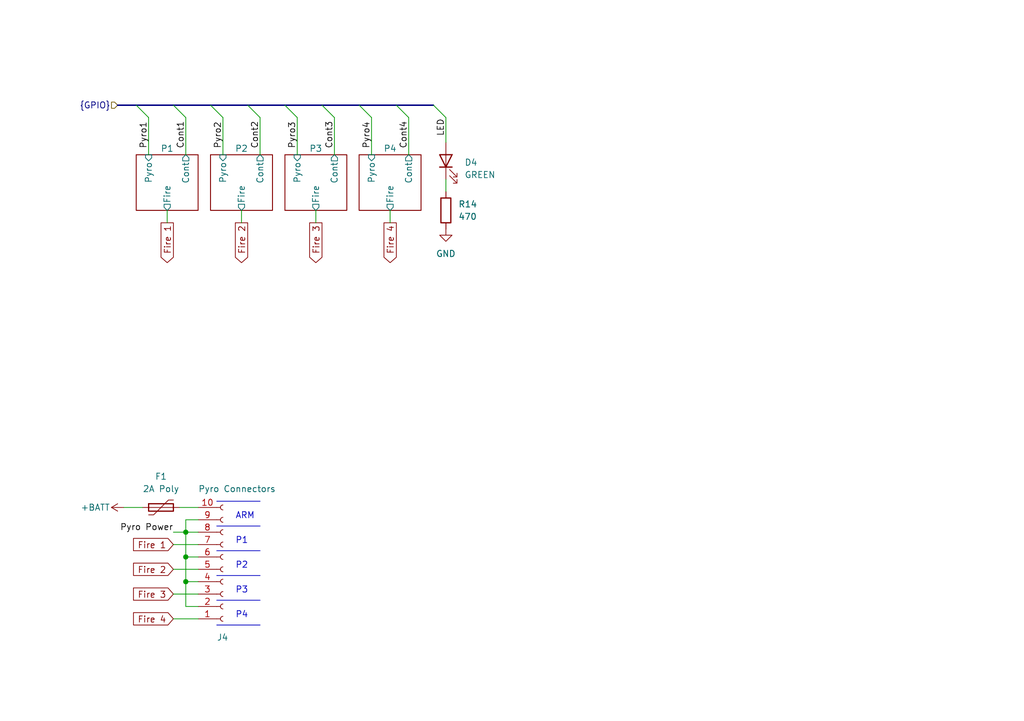
<source format=kicad_sch>
(kicad_sch (version 20230121) (generator eeschema)
  (paper "A5")
  (title_block (title "Phoenix GPIO") (comment 1 "2022/10/27 WH"))
  (lib_symbols
    (symbol "Connector:Conn_01x10_Female" (pin_names (offset 1.016) hide)
      (property "Reference" "J" (at 0 12.7 0))
      (property "Value" "Conn_01x10_Female" (at 0 -15.24 0))
      (symbol "Conn_01x10_Female_1_1"
        (arc (start 0 -12.192) (mid -0.5058 -12.7) (end 0 -13.208) (stroke (width 0.1524)))
        (arc (start 0 -9.652) (mid -0.5058 -10.16) (end 0 -10.668) (stroke (width 0.1524)))
        (arc (start 0 -7.112) (mid -0.5058 -7.62) (end 0 -8.128) (stroke (width 0.1524)))
        (arc (start 0 -4.572) (mid -0.5058 -5.08) (end 0 -5.588) (stroke (width 0.1524)))
        (arc (start 0 -2.032) (mid -0.5058 -2.54) (end 0 -3.048) (stroke (width 0.1524)))
        (polyline (pts (xy -1.27 -12.7) (xy -0.508 -12.7)) (stroke (width 0.1524)))
        (polyline (pts (xy -1.27 -10.16) (xy -0.508 -10.16)) (stroke (width 0.1524)))
        (polyline (pts (xy -1.27 -7.62) (xy -0.508 -7.62)) (stroke (width 0.1524)))
        (polyline (pts (xy -1.27 -5.08) (xy -0.508 -5.08)) (stroke (width 0.1524)))
        (polyline (pts (xy -1.27 -2.54) (xy -0.508 -2.54)) (stroke (width 0.1524)))
        (polyline (pts (xy -1.27 0) (xy -0.508 0)) (stroke (width 0.1524)))
        (polyline (pts (xy -1.27 2.54) (xy -0.508 2.54)) (stroke (width 0.1524)))
        (polyline (pts (xy -1.27 5.08) (xy -0.508 5.08)) (stroke (width 0.1524)))
        (polyline (pts (xy -1.27 7.62) (xy -0.508 7.62)) (stroke (width 0.1524)))
        (polyline (pts (xy -1.27 10.16) (xy -0.508 10.16)) (stroke (width 0.1524)))
        (arc (start 0 0.508) (mid -0.5058 0) (end 0 -0.508) (stroke (width 0.1524)))
        (arc (start 0 3.048) (mid -0.5058 2.54) (end 0 2.032) (stroke (width 0.1524)))
        (arc (start 0 5.588) (mid -0.5058 5.08) (end 0 4.572) (stroke (width 0.1524)))
        (arc (start 0 8.128) (mid -0.5058 7.62) (end 0 7.112) (stroke (width 0.1524)))
        (arc (start 0 10.668) (mid -0.5058 10.16) (end 0 9.652) (stroke (width 0.1524)))
        (pin passive line (at -5.08 10.16 0) (length 3.81) (name "Pin_1") (number "1"))
        (pin passive line (at -5.08 -12.7 0) (length 3.81) (name "Pin_10") (number "10"))
        (pin passive line (at -5.08 7.62 0) (length 3.81) (name "Pin_2") (number "2"))
        (pin passive line (at -5.08 5.08 0) (length 3.81) (name "Pin_3") (number "3"))
        (pin passive line (at -5.08 2.54 0) (length 3.81) (name "Pin_4") (number "4"))
        (pin passive line (at -5.08 0 0) (length 3.81) (name "Pin_5") (number "5"))
        (pin passive line (at -5.08 -2.54 0) (length 3.81) (name "Pin_6") (number "6"))
        (pin passive line (at -5.08 -5.08 0) (length 3.81) (name "Pin_7") (number "7"))
        (pin passive line (at -5.08 -7.62 0) (length 3.81) (name "Pin_8") (number "8"))
        (pin passive line (at -5.08 -10.16 0) (length 3.81) (name "Pin_9") (number "9"))
      )
    )
    (symbol "Device:LED" (pin_numbers hide) (pin_names (offset 1.016) hide)
      (property "Reference" "D" (at 0 2.54 0))
      (property "Value" "LED" (at 0 -2.54 0))
      (symbol "LED_0_1"
        (polyline (pts (xy -1.27 -1.27) (xy -1.27 1.27)) (stroke (width 0.254)))
        (polyline (pts (xy -1.27 0) (xy 1.27 0)))
        (polyline (pts (xy 1.27 -1.27) (xy 1.27 1.27) (xy -1.27 0) (xy 1.27 -1.27)) (stroke (width 0.254)))
        (polyline (pts (xy -3.048 -0.762) (xy -4.572 -2.286) (xy -3.81 -2.286) (xy -4.572 -2.286) (xy -4.572 -1.524)))
        (polyline (pts (xy -1.778 -0.762) (xy -3.302 -2.286) (xy -2.54 -2.286) (xy -3.302 -2.286) (xy -3.302 -1.524)))
      )
      (symbol "LED_1_1"
        (pin passive line (at -3.81 0 0) (length 2.54) (name "K") (number "1"))
        (pin passive line (at 3.81 0 180) (length 2.54) (name "A") (number "2"))
      )
    )
    (symbol "Device:Polyfuse" (pin_numbers hide) (pin_names (offset 0))
      (property "Reference" "F" (at -2.54 0 90))
      (property "Value" "Polyfuse" (at 2.54 0 90))
      (symbol "Polyfuse_0_1"
        (rectangle (start -0.762 2.54) (end 0.762 -2.54) (stroke (width 0.254)))
        (polyline (pts (xy 0 2.54) (xy 0 -2.54)))
        (polyline (pts (xy -1.524 2.54) (xy -1.524 1.524) (xy 1.524 -1.524) (xy 1.524 -2.54)))
      )
      (symbol "Polyfuse_1_1"
        (pin passive line (at 0 3.81 270) (length 1.27) (name "~") (number "1"))
        (pin passive line (at 0 -3.81 90) (length 1.27) (name "~") (number "2"))
      )
    )
    (symbol "Device:R" (pin_numbers hide) (pin_names (offset 0))
      (property "Reference" "R" (at 2.032 0 90))
      (property "Value" "R" (at 0 0 90))
      (symbol "R_0_1"
        (rectangle (start -1.016 -2.54) (end 1.016 2.54) (stroke (width 0.254)))
      )
      (symbol "R_1_1"
        (pin passive line (at 0 3.81 270) (length 1.27) (name "~") (number "1"))
        (pin passive line (at 0 -3.81 90) (length 1.27) (name "~") (number "2"))
      )
    )
    (symbol "power:+BATT" (power) (pin_names (offset 0))
      (property "Value" "+BATT" (at 0 3.556 0))
      (symbol "+BATT_0_1"
        (polyline (pts (xy -0.762 1.27) (xy 0 2.54)))
        (polyline (pts (xy 0 0) (xy 0 2.54)))
        (polyline (pts (xy 0 2.54) (xy 0.762 1.27)))
      )
      (symbol "+BATT_1_1"
        (pin power_in line (at 0 0 90) (length 0) hide (name "+BATT") (number "1"))
      )
    )
    (symbol "power:GND" (power) (pin_names (offset 0))
      (property "Value" "GND" (at 0 -3.81 0))
      (symbol "GND_0_1"
        (polyline (pts (xy 0 0) (xy 0 -1.27) (xy 1.27 -1.27) (xy 0 -2.54) (xy -1.27 -1.27) (xy 0 -1.27)))
      )
      (symbol "GND_1_1"
        (pin power_in line (at 0 0 270) (length 0) hide (name "GND") (number "1"))
      )
    )
  )
  (junction (at 38.1 114.3))
  (junction (at 38.1 109.22))
  (junction (at 38.1 119.38))
  (bus_entry (at 81.28 21.59) (size 2.54 2.54))
  (bus_entry (at 58.42 21.59) (size 2.54 2.54))
  (bus_entry (at 66.04 21.59) (size 2.54 2.54))
  (bus_entry (at 35.56 21.59) (size 2.54 2.54))
  (bus_entry (at 73.66 21.59) (size 2.54 2.54))
  (bus_entry (at 88.9 21.59) (size 2.54 2.54))
  (bus_entry (at 27.94 21.59) (size 2.54 2.54))
  (bus_entry (at 50.8 21.59) (size 2.54 2.54))
  (bus_entry (at 43.18 21.59) (size 2.54 2.54))
  (wire (pts (xy 64.77 43.18) (xy 64.77 45.72)))
  (wire (pts (xy 83.82 24.13) (xy 83.82 31.75)))
  (wire (pts (xy 35.56 116.84) (xy 40.64 116.84)))
  (wire (pts (xy 49.53 43.18) (xy 49.53 45.72)))
  (wire (pts (xy 34.29 43.18) (xy 34.29 45.72)))
  (polyline (pts (xy 44.45 113.03) (xy 53.34 113.03)))
  (polyline (pts (xy 44.45 107.95) (xy 53.34 107.95)))
  (wire (pts (xy 40.64 106.68) (xy 38.1 106.68)))
  (wire (pts (xy 38.1 106.68) (xy 38.1 109.22)))
  (bus (pts (xy 43.18 21.59) (xy 50.8 21.59)))
  (wire (pts (xy 38.1 119.38) (xy 38.1 124.46)))
  (wire (pts (xy 38.1 24.13) (xy 38.1 31.75)))
  (wire (pts (xy 38.1 114.3) (xy 38.1 119.38)))
  (wire (pts (xy 53.34 24.13) (xy 53.34 31.75)))
  (wire (pts (xy 38.1 124.46) (xy 40.64 124.46)))
  (wire (pts (xy 76.2 24.13) (xy 76.2 31.75)))
  (wire (pts (xy 80.01 43.18) (xy 80.01 45.72)))
  (wire (pts (xy 60.96 24.13) (xy 60.96 31.75)))
  (wire (pts (xy 38.1 114.3) (xy 40.64 114.3)))
  (bus (pts (xy 66.04 21.59) (xy 73.66 21.59)))
  (wire (pts (xy 35.56 127) (xy 40.64 127)))
  (wire (pts (xy 35.56 121.92) (xy 40.64 121.92)))
  (wire (pts (xy 68.58 24.13) (xy 68.58 31.75)))
  (bus (pts (xy 35.56 21.59) (xy 43.18 21.59)))
  (polyline (pts (xy 44.45 102.87) (xy 53.34 102.87)))
  (wire (pts (xy 91.44 39.37) (xy 91.44 36.83)))
  (bus (pts (xy 24.13 21.59) (xy 27.94 21.59)))
  (bus (pts (xy 50.8 21.59) (xy 58.42 21.59)))
  (polyline (pts (xy 44.45 118.11) (xy 53.34 118.11)))
  (bus (pts (xy 81.28 21.59) (xy 88.9 21.59)))
  (wire (pts (xy 35.56 111.76) (xy 40.64 111.76)))
  (bus (pts (xy 27.94 21.59) (xy 35.56 21.59)))
  (wire (pts (xy 38.1 109.22) (xy 38.1 114.3)))
  (polyline (pts (xy 44.45 123.19) (xy 53.34 123.19)))
  (wire (pts (xy 91.44 24.13) (xy 91.44 29.21)))
  (bus (pts (xy 58.42 21.59) (xy 66.04 21.59)))
  (bus (pts (xy 73.66 21.59) (xy 81.28 21.59)))
  (wire (pts (xy 38.1 119.38) (xy 40.64 119.38)))
  (wire (pts (xy 36.83 104.14) (xy 40.64 104.14)))
  (wire (pts (xy 25.4 104.14) (xy 29.21 104.14)))
  (wire (pts (xy 35.56 109.22) (xy 38.1 109.22)))
  (wire (pts (xy 45.72 24.13) (xy 45.72 31.75)))
  (wire (pts (xy 38.1 109.22) (xy 40.64 109.22)))
  (wire (pts (xy 30.48 24.13) (xy 30.48 31.75)))
  (polyline (pts (xy 44.45 128.27) (xy 53.34 128.27)))
  (text "P2" (at 48.26 116.84 0) (effects (font (size 1.27 1.27)) (justify left bottom)))
  (text "ARM" (at 48.26 106.68 0) (effects (font (size 1.27 1.27)) (justify left bottom)))
  (text "P3" (at 48.26 121.92 0) (effects (font (size 1.27 1.27)) (justify left bottom)))
  (text "P4" (at 48.26 127 0) (effects (font (size 1.27 1.27)) (justify left bottom)))
  (text "P1" (at 48.26 111.76 0) (effects (font (size 1.27 1.27)) (justify left bottom)))
  (label "Pyro4" (at 76.2 30.48 90))
  (label "Pyro2" (at 45.72 30.48 90))
  (label "Cont3" (at 68.58 30.48 90))
  (label "Pyro Power" (at 35.56 109.22 180))
  (label "Cont1" (at 38.1 30.48 90))
  (label "Pyro1" (at 30.48 30.48 90))
  (label "LED" (at 91.44 27.94 90))
  (label "Cont4" (at 83.82 30.48 90))
  (label "Cont2" (at 53.34 30.48 90))
  (label "Pyro3" (at 60.96 30.48 90))
  (global_label "Fire 1" (shape input) (at 35.56 111.76 180) (property "Intersheetrefs" "${INTERSHEET_REFS}" (effects hide)))
  (global_label "Fire 2" (shape input) (at 35.56 116.84 180) (property "Intersheetrefs" "${INTERSHEET_REFS}" (effects hide)))
  (global_label "Fire 4" (shape output) (at 80.01 45.72 270) (property "Intersheetrefs" "${INTERSHEET_REFS}" (effects hide)))
  (global_label "Fire 1" (shape output) (at 34.29 45.72 270) (property "Intersheetrefs" "${INTERSHEET_REFS}" (effects hide)))
  (global_label "Fire 3" (shape input) (at 35.56 121.92 180) (property "Intersheetrefs" "${INTERSHEET_REFS}" (effects hide)))
  (global_label "Fire 3" (shape output) (at 64.77 45.72 270) (property "Intersheetrefs" "${INTERSHEET_REFS}" (effects hide)))
  (global_label "Fire 4" (shape input) (at 35.56 127 180) (property "Intersheetrefs" "${INTERSHEET_REFS}" (effects hide)))
  (global_label "Fire 2" (shape output) (at 49.53 45.72 270) (property "Intersheetrefs" "${INTERSHEET_REFS}" (effects hide)))
  (hierarchical_label "{GPIO}" (shape input) (at 24.13 21.59 180))
  (symbol (lib_id "Connector:Conn_01x10_Female") (at 45.72 116.84 0) (mirror x) (unit 1)
    (property "Reference" "J4" (at 44.45 130.81 0) (effects (justify left)))
    (property "Value" "Pyro Connectors" (at 40.64 100.33 0) (effects (justify left)))
    (property "Footprint" "YAR_Connectors:ScrewTerm_2.54x10" (effects hide))
  )
  (symbol (lib_id "Device:R") (at 91.44 43.18 0) (unit 1)
    (property "Reference" "R14" (at 93.98 41.9099 0) (effects (justify left)))
    (property "Value" "470" (at 93.98 44.4499 0) (effects (justify left)))
    (property "Footprint" "Resistor_SMD:R_0603_1608Metric" (effects hide))
    (property "JLC" "0603" (effects hide))
    (property "LCSC" "C22775" (effects hide))
  )
  (symbol (lib_id "power:GND") (at 91.44 46.99 0) (unit 1)
    (property "Reference" "#PWR069" (effects hide))
    (property "Value" "GND" (at 91.44 52.07 0))
  )
  (symbol (lib_id "Device:Polyfuse") (at 33.02 104.14 90) (unit 1)
    (property "Reference" "F1" (at 33.02 97.79 90))
    (property "Value" "2A Poly" (at 33.02 100.33 90))
    (property "Footprint" "Fuse:Fuse_0603_1608Metric" (effects hide))
  )
  (symbol (lib_id "Device:LED") (at 91.44 33.02 90) (unit 1)
    (property "Reference" "D4" (at 95.25 33.3374 90) (effects (justify right)))
    (property "Value" "GREEN" (at 95.25 35.8774 90) (effects (justify right)))
    (property "Footprint" "LED_SMD:LED_0603_1608Metric" (effects hide))
    (property "JLC" "DNF" (effects hide))
    (property "LCSC" "DNF" (effects hide))
  )
  (symbol (lib_id "power:+BATT") (at 25.4 104.14 90) (unit 1)
    (property "Reference" "#PWR068" (effects hide))
    (property "Value" "+BATT" (at 16.51 104.14 90) (effects (justify right)))
  )
  (sheet (at 27.94 31.75) (size 12.7 11.43) (stroke (width 0.1524))
    (property "Sheetname" "P1" (at 34.29 30.48 0))
    (property "Sheetfile" "Pyro.kicad_sch" (effects hide))
    (pin "Pyro" input (at 30.48 31.75 90))
    (pin "Fire" output (at 34.29 43.18 270))
    (pin "Cont" output (at 38.1 31.75 90))
  )
  (sheet (at 58.42 31.75) (size 12.7 11.43) (stroke (width 0.1524))
    (property "Sheetname" "P3" (at 64.77 30.48 0))
    (property "Sheetfile" "Pyro.kicad_sch" (effects hide))
    (pin "Pyro" input (at 60.96 31.75 90))
    (pin "Fire" output (at 64.77 43.18 270))
    (pin "Cont" output (at 68.58 31.75 90))
  )
  (sheet (at 43.18 31.75) (size 12.7 11.43) (stroke (width 0.1524))
    (property "Sheetname" "P2" (at 49.53 30.48 0))
    (property "Sheetfile" "Pyro.kicad_sch" (effects hide))
    (pin "Pyro" input (at 45.72 31.75 90))
    (pin "Fire" output (at 49.53 43.18 270))
    (pin "Cont" output (at 53.34 31.75 90))
  )
  (sheet (at 73.66 31.75) (size 12.7 11.43) (stroke (width 0.1524))
    (property "Sheetname" "P4" (at 80.01 30.48 0))
    (property "Sheetfile" "Pyro.kicad_sch" (effects hide))
    (pin "Pyro" input (at 76.2 31.75 90))
    (pin "Fire" output (at 80.01 43.18 270))
    (pin "Cont" output (at 83.82 31.75 90))
  )
)
</source>
